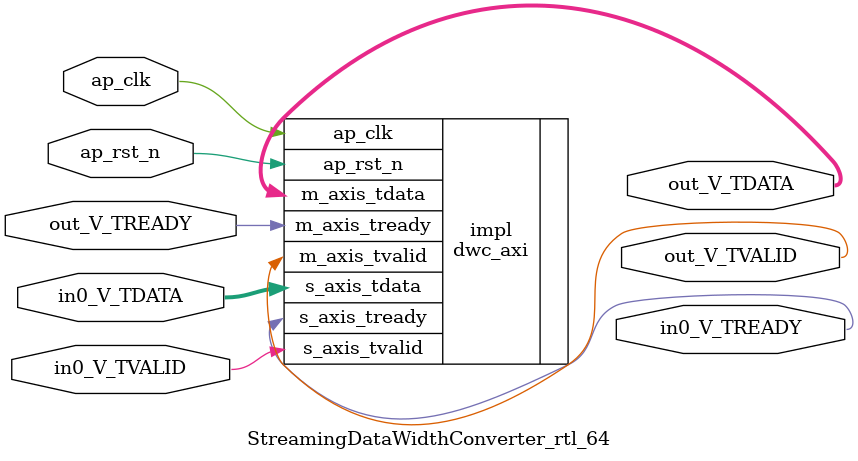
<source format=v>
/******************************************************************************
 * Copyright (C) 2023, Advanced Micro Devices, Inc.
 * All rights reserved.
 *
 * Redistribution and use in source and binary forms, with or without
 * modification, are permitted provided that the following conditions are met:
 *
 *  1. Redistributions of source code must retain the above copyright notice,
 *     this list of conditions and the following disclaimer.
 *
 *  2. Redistributions in binary form must reproduce the above copyright
 *     notice, this list of conditions and the following disclaimer in the
 *     documentation and/or other materials provided with the distribution.
 *
 *  3. Neither the name of the copyright holder nor the names of its
 *     contributors may be used to endorse or promote products derived from
 *     this software without specific prior written permission.
 *
 * THIS SOFTWARE IS PROVIDED BY THE COPYRIGHT HOLDERS AND CONTRIBUTORS "AS IS"
 * AND ANY EXPRESS OR IMPLIED WARRANTIES, INCLUDING, BUT NOT LIMITED TO,
 * THE IMPLIED WARRANTIES OF MERCHANTABILITY AND FITNESS FOR A PARTICULAR
 * PURPOSE ARE DISCLAIMED. IN NO EVENT SHALL THE COPYRIGHT HOLDER OR
 * CONTRIBUTORS BE LIABLE FOR ANY DIRECT, INDIRECT, INCIDENTAL, SPECIAL,
 * EXEMPLARY, OR CONSEQUENTIAL DAMAGES (INCLUDING, BUT NOT LIMITED TO,
 * PROCUREMENT OF SUBSTITUTE GOODS OR SERVICES; LOSS OF USE, DATA, OR PROFITS;
 * OR BUSINESS INTERRUPTION). HOWEVER CAUSED AND ON ANY THEORY OF LIABILITY,
 * WHETHER IN CONTRACT, STRICT LIABILITY, OR TORT (INCLUDING NEGLIGENCE OR
 * OTHERWISE) ARISING IN ANY WAY OUT OF THE USE OF THIS SOFTWARE, EVEN IF
 * ADVISED OF THE POSSIBILITY OF SUCH DAMAGE.
 *****************************************************************************/

module StreamingDataWidthConverter_rtl_64 #(
	parameter  IBITS = 4,
	parameter  OBITS = 256,

	parameter  AXI_IBITS = (IBITS+7)/8 * 8,
	parameter  AXI_OBITS = (OBITS+7)/8 * 8
)(
	//- Global Control ------------------
	(* X_INTERFACE_INFO = "xilinx.com:signal:clock:1.0 ap_clk CLK" *)
	(* X_INTERFACE_PARAMETER = "ASSOCIATED_BUSIF in0_V:out_V, ASSOCIATED_RESET ap_rst_n" *)
	input	ap_clk,
	(* X_INTERFACE_PARAMETER = "POLARITY ACTIVE_LOW" *)
	input	ap_rst_n,

	//- AXI Stream - Input --------------
	output	in0_V_TREADY,
	input	in0_V_TVALID,
	input	[AXI_IBITS-1:0]  in0_V_TDATA,

	//- AXI Stream - Output -------------
	input	out_V_TREADY,
	output	out_V_TVALID,
	output	[AXI_OBITS-1:0]  out_V_TDATA
);

	dwc_axi #(
		.IBITS(IBITS),
		.OBITS(OBITS)
	) impl (
		.ap_clk(ap_clk),
		.ap_rst_n(ap_rst_n),
		.s_axis_tready(in0_V_TREADY),
		.s_axis_tvalid(in0_V_TVALID),
		.s_axis_tdata(in0_V_TDATA),
		.m_axis_tready(out_V_TREADY),
		.m_axis_tvalid(out_V_TVALID),
		.m_axis_tdata(out_V_TDATA)
	);

endmodule

</source>
